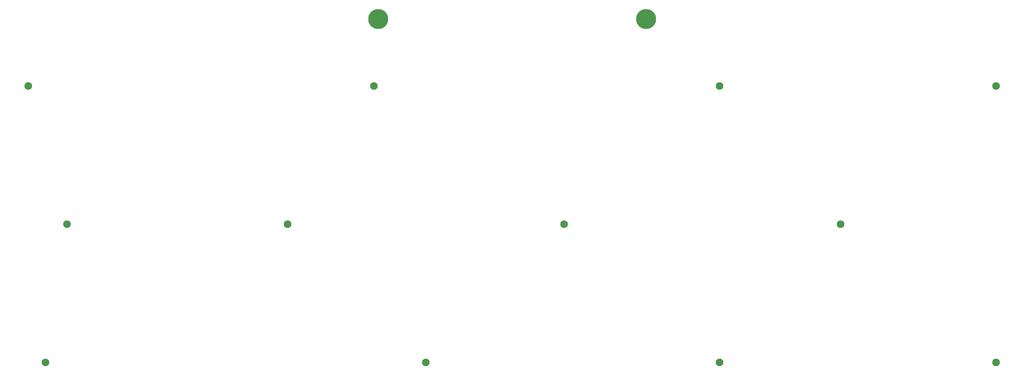
<source format=gts>
G04 #@! TF.GenerationSoftware,KiCad,Pcbnew,(5.1.8-0-10_14)*
G04 #@! TF.CreationDate,2021-11-24T06:39:14+09:00*
G04 #@! TF.ProjectId,tc69,74633639-2e6b-4696-9361-645f70636258,rev?*
G04 #@! TF.SameCoordinates,Original*
G04 #@! TF.FileFunction,Soldermask,Top*
G04 #@! TF.FilePolarity,Negative*
%FSLAX46Y46*%
G04 Gerber Fmt 4.6, Leading zero omitted, Abs format (unit mm)*
G04 Created by KiCad (PCBNEW (5.1.8-0-10_14)) date 2021-11-24 06:39:14*
%MOMM*%
%LPD*%
G01*
G04 APERTURE LIST*
%ADD10C,5.500000*%
%ADD11C,2.100000*%
G04 APERTURE END LIST*
D10*
X110132905Y-28575024D03*
X183951717Y-28575024D03*
D11*
X18454703Y-123229791D03*
X123229791Y-123229791D03*
X204192359Y-123229791D03*
X280392423Y-123229791D03*
X237529887Y-85129759D03*
X161329823Y-85129759D03*
X85129759Y-85129759D03*
X24407833Y-85129759D03*
X280392423Y-47029727D03*
X204192359Y-47029727D03*
X108942279Y-47029727D03*
X13692199Y-47029727D03*
M02*

</source>
